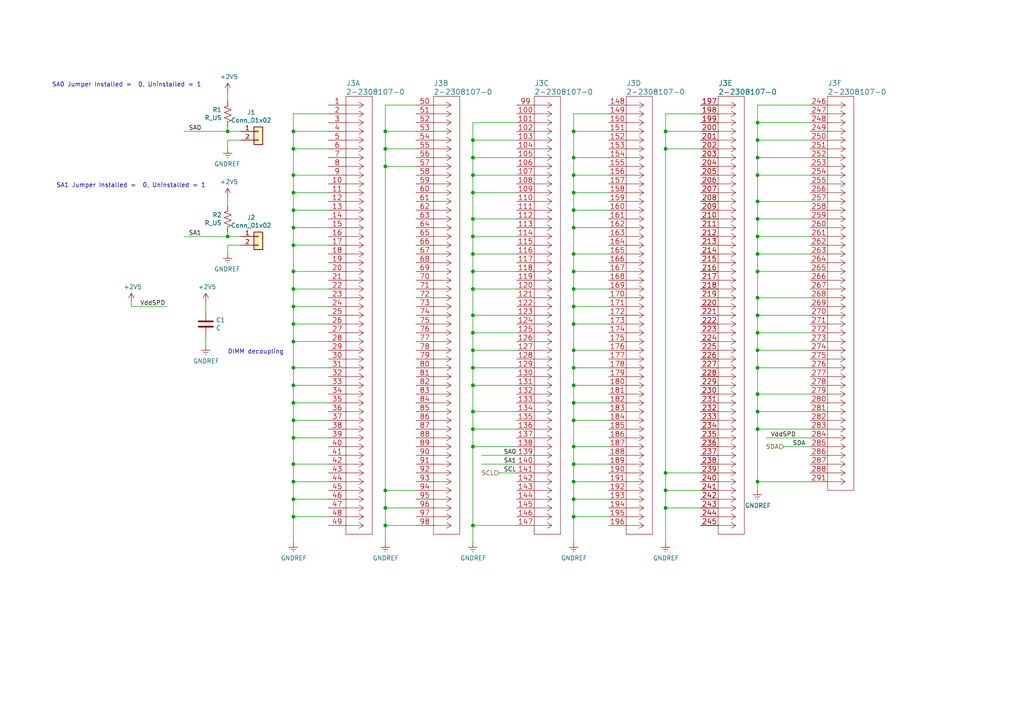
<source format=kicad_sch>
(kicad_sch (version 20230121) (generator eeschema)
  (paper "A4")
  (lib_symbols
    (symbol "2021-07-20_03-12-09:2-2308107-0" (pin_names (offset 0.254) hide)
      (property "Reference" "J" (at 8.89 6.35 0))
      (property "Value" "2-2308107-0" (at 10.16 -60.96 0))
      (symbol "2-2308107-0_1_1"
        (pin unspecified line (at 0 0 0) (length 5.08) (name "1") (number "1"))
        (pin unspecified line (at 0 -22.86 0) (length 5.08) (name "10") (number "10"))
        (pin unspecified line (at 0 -25.4 0) (length 5.08) (name "11") (number "11"))
        (pin unspecified line (at 0 -27.94 0) (length 5.08) (name "12") (number "12"))
        (pin unspecified line (at 0 -30.48 0) (length 5.08) (name "13") (number "13"))
        (pin unspecified line (at 0 -33.02 0) (length 5.08) (name "14") (number "14"))
        (pin unspecified line (at 0 -35.56 0) (length 5.08) (name "15") (number "15"))
        (pin unspecified line (at 0 -38.1 0) (length 5.08) (name "16") (number "16"))
        (pin unspecified line (at 0 -40.64 0) (length 5.08) (name "17") (number "17"))
        (pin unspecified line (at 0 -43.18 0) (length 5.08) (name "18") (number "18"))
        (pin unspecified line (at 0 -45.72 0) (length 5.08) (name "19") (number "19"))
        (pin unspecified line (at 0 -2.54 0) (length 5.08) (name "2") (number "2"))
        (pin unspecified line (at 0 -48.26 0) (length 5.08) (name "20") (number "20"))
        (pin unspecified line (at 0 -50.8 0) (length 5.08) (name "21") (number "21"))
        (pin unspecified line (at 0 -53.34 0) (length 5.08) (name "22") (number "22"))
        (pin unspecified line (at 0 -55.88 0) (length 5.08) (name "23") (number "23"))
        (pin unspecified line (at 0 -58.42 0) (length 5.08) (name "24") (number "24"))
        (pin unspecified line (at 0 -60.96 0) (length 5.08) (name "25") (number "25"))
        (pin unspecified line (at 0 -63.5 0) (length 5.08) (name "26") (number "26"))
        (pin unspecified line (at 0 -66.04 0) (length 5.08) (name "27") (number "27"))
        (pin unspecified line (at 0 -68.58 0) (length 5.08) (name "28") (number "28"))
        (pin unspecified line (at 0 -71.12 0) (length 5.08) (name "29") (number "29"))
        (pin unspecified line (at 0 -5.08 0) (length 5.08) (name "3") (number "3"))
        (pin unspecified line (at 0 -73.66 0) (length 5.08) (name "30") (number "30"))
        (pin unspecified line (at 0 -76.2 0) (length 5.08) (name "31") (number "31"))
        (pin unspecified line (at 0 -78.74 0) (length 5.08) (name "32") (number "32"))
        (pin unspecified line (at 0 -81.28 0) (length 5.08) (name "33") (number "33"))
        (pin unspecified line (at 0 -83.82 0) (length 5.08) (name "34") (number "34"))
        (pin unspecified line (at 0 -86.36 0) (length 5.08) (name "35") (number "35"))
        (pin unspecified line (at 0 -88.9 0) (length 5.08) (name "36") (number "36"))
        (pin unspecified line (at 0 -91.44 0) (length 5.08) (name "37") (number "37"))
        (pin unspecified line (at 0 -93.98 0) (length 5.08) (name "38") (number "38"))
        (pin unspecified line (at 0 -96.52 0) (length 5.08) (name "39") (number "39"))
        (pin unspecified line (at 0 -7.62 0) (length 5.08) (name "4") (number "4"))
        (pin unspecified line (at 0 -99.06 0) (length 5.08) (name "40") (number "40"))
        (pin unspecified line (at 0 -101.6 0) (length 5.08) (name "41") (number "41"))
        (pin unspecified line (at 0 -104.14 0) (length 5.08) (name "42") (number "42"))
        (pin unspecified line (at 0 -106.68 0) (length 5.08) (name "43") (number "43"))
        (pin unspecified line (at 0 -109.22 0) (length 5.08) (name "44") (number "44"))
        (pin unspecified line (at 0 -111.76 0) (length 5.08) (name "45") (number "45"))
        (pin unspecified line (at 0 -114.3 0) (length 5.08) (name "46") (number "46"))
        (pin unspecified line (at 0 -116.84 0) (length 5.08) (name "47") (number "47"))
        (pin unspecified line (at 0 -119.38 0) (length 5.08) (name "48") (number "48"))
        (pin unspecified line (at 0 -121.92 0) (length 5.08) (name "49") (number "49"))
        (pin unspecified line (at 0 -10.16 0) (length 5.08) (name "5") (number "5"))
        (pin unspecified line (at 0 -12.7 0) (length 5.08) (name "6") (number "6"))
        (pin unspecified line (at 0 -15.24 0) (length 5.08) (name "7") (number "7"))
        (pin unspecified line (at 0 -17.78 0) (length 5.08) (name "8") (number "8"))
        (pin unspecified line (at 0 -20.32 0) (length 5.08) (name "9") (number "9"))
      )
      (symbol "2-2308107-0_2_1"
        (pin unspecified line (at 0 0 0) (length 5.08) (name "50") (number "50"))
        (pin unspecified line (at 0 -2.54 0) (length 5.08) (name "51") (number "51"))
        (pin unspecified line (at 0 -5.08 0) (length 5.08) (name "52") (number "52"))
        (pin unspecified line (at 0 -7.62 0) (length 5.08) (name "53") (number "53"))
        (pin unspecified line (at 0 -10.16 0) (length 5.08) (name "54") (number "54"))
        (pin unspecified line (at 0 -12.7 0) (length 5.08) (name "55") (number "55"))
        (pin unspecified line (at 0 -15.24 0) (length 5.08) (name "56") (number "56"))
        (pin unspecified line (at 0 -17.78 0) (length 5.08) (name "57") (number "57"))
        (pin unspecified line (at 0 -20.32 0) (length 5.08) (name "58") (number "58"))
        (pin unspecified line (at 0 -22.86 0) (length 5.08) (name "59") (number "59"))
        (pin unspecified line (at 0 -25.4 0) (length 5.08) (name "60") (number "60"))
        (pin unspecified line (at 0 -27.94 0) (length 5.08) (name "61") (number "61"))
        (pin unspecified line (at 0 -30.48 0) (length 5.08) (name "62") (number "62"))
        (pin unspecified line (at 0 -33.02 0) (length 5.08) (name "63") (number "63"))
        (pin unspecified line (at 0 -35.56 0) (length 5.08) (name "64") (number "64"))
        (pin unspecified line (at 0 -38.1 0) (length 5.08) (name "65") (number "65"))
        (pin unspecified line (at 0 -40.64 0) (length 5.08) (name "66") (number "66"))
        (pin unspecified line (at 0 -43.18 0) (length 5.08) (name "67") (number "67"))
        (pin unspecified line (at 0 -45.72 0) (length 5.08) (name "68") (number "68"))
        (pin unspecified line (at 0 -48.26 0) (length 5.08) (name "69") (number "69"))
        (pin unspecified line (at 0 -50.8 0) (length 5.08) (name "70") (number "70"))
        (pin unspecified line (at 0 -53.34 0) (length 5.08) (name "71") (number "71"))
        (pin unspecified line (at 0 -55.88 0) (length 5.08) (name "72") (number "72"))
        (pin unspecified line (at 0 -58.42 0) (length 5.08) (name "73") (number "73"))
        (pin unspecified line (at 0 -60.96 0) (length 5.08) (name "74") (number "74"))
        (pin unspecified line (at 0 -63.5 0) (length 5.08) (name "75") (number "75"))
        (pin unspecified line (at 0 -66.04 0) (length 5.08) (name "76") (number "76"))
        (pin unspecified line (at 0 -68.58 0) (length 5.08) (name "77") (number "77"))
        (pin unspecified line (at 0 -71.12 0) (length 5.08) (name "78") (number "78"))
        (pin unspecified line (at 0 -73.66 0) (length 5.08) (name "79") (number "79"))
        (pin unspecified line (at 0 -76.2 0) (length 5.08) (name "80") (number "80"))
        (pin unspecified line (at 0 -78.74 0) (length 5.08) (name "81") (number "81"))
        (pin unspecified line (at 0 -81.28 0) (length 5.08) (name "82") (number "82"))
        (pin unspecified line (at 0 -83.82 0) (length 5.08) (name "83") (number "83"))
        (pin unspecified line (at 0 -86.36 0) (length 5.08) (name "84") (number "84"))
        (pin unspecified line (at 0 -88.9 0) (length 5.08) (name "85") (number "85"))
        (pin unspecified line (at 0 -91.44 0) (length 5.08) (name "86") (number "86"))
        (pin unspecified line (at 0 -93.98 0) (length 5.08) (name "87") (number "87"))
        (pin unspecified line (at 0 -96.52 0) (length 5.08) (name "88") (number "88"))
        (pin unspecified line (at 0 -99.06 0) (length 5.08) (name "89") (number "89"))
        (pin unspecified line (at 0 -101.6 0) (length 5.08) (name "90") (number "90"))
        (pin unspecified line (at 0 -104.14 0) (length 5.08) (name "91") (number "91"))
        (pin unspecified line (at 0 -106.68 0) (length 5.08) (name "92") (number "92"))
        (pin unspecified line (at 0 -109.22 0) (length 5.08) (name "93") (number "93"))
        (pin unspecified line (at 0 -111.76 0) (length 5.08) (name "94") (number "94"))
        (pin unspecified line (at 0 -114.3 0) (length 5.08) (name "95") (number "95"))
        (pin unspecified line (at 0 -116.84 0) (length 5.08) (name "96") (number "96"))
        (pin unspecified line (at 0 -119.38 0) (length 5.08) (name "97") (number "97"))
        (pin unspecified line (at 0 -121.92 0) (length 5.08) (name "98") (number "98"))
      )
      (symbol "2-2308107-0_3_1"
        (pin unspecified line (at 0 -2.54 0) (length 5.08) (name "100") (number "100"))
        (pin unspecified line (at 0 -5.08 0) (length 5.08) (name "101") (number "101"))
        (pin unspecified line (at 0 -7.62 0) (length 5.08) (name "102") (number "102"))
        (pin unspecified line (at 0 -10.16 0) (length 5.08) (name "103") (number "103"))
        (pin unspecified line (at 0 -12.7 0) (length 5.08) (name "104") (number "104"))
        (pin unspecified line (at 0 -15.24 0) (length 5.08) (name "105") (number "105"))
        (pin unspecified line (at 0 -17.78 0) (length 5.08) (name "106") (number "106"))
        (pin unspecified line (at 0 -20.32 0) (length 5.08) (name "107") (number "107"))
        (pin unspecified line (at 0 -22.86 0) (length 5.08) (name "108") (number "108"))
        (pin unspecified line (at 0 -25.4 0) (length 5.08) (name "109") (number "109"))
        (pin unspecified line (at 0 -27.94 0) (length 5.08) (name "110") (number "110"))
        (pin unspecified line (at 0 -30.48 0) (length 5.08) (name "111") (number "111"))
        (pin unspecified line (at 0 -33.02 0) (length 5.08) (name "112") (number "112"))
        (pin unspecified line (at 0 -35.56 0) (length 5.08) (name "113") (number "113"))
        (pin unspecified line (at 0 -38.1 0) (length 5.08) (name "114") (number "114"))
        (pin unspecified line (at 0 -40.64 0) (length 5.08) (name "115") (number "115"))
        (pin unspecified line (at 0 -43.18 0) (length 5.08) (name "116") (number "116"))
        (pin unspecified line (at 0 -45.72 0) (length 5.08) (name "117") (number "117"))
        (pin unspecified line (at 0 -48.26 0) (length 5.08) (name "118") (number "118"))
        (pin unspecified line (at 0 -50.8 0) (length 5.08) (name "119") (number "119"))
        (pin unspecified line (at 0 -53.34 0) (length 5.08) (name "120") (number "120"))
        (pin unspecified line (at 0 -55.88 0) (length 5.08) (name "121") (number "121"))
        (pin unspecified line (at 0 -58.42 0) (length 5.08) (name "122") (number "122"))
        (pin unspecified line (at 0 -60.96 0) (length 5.08) (name "123") (number "123"))
        (pin unspecified line (at 0 -63.5 0) (length 5.08) (name "124") (number "124"))
        (pin unspecified line (at 0 -66.04 0) (length 5.08) (name "125") (number "125"))
        (pin unspecified line (at 0 -68.58 0) (length 5.08) (name "126") (number "126"))
        (pin unspecified line (at 0 -71.12 0) (length 5.08) (name "127") (number "127"))
        (pin unspecified line (at 0 -73.66 0) (length 5.08) (name "128") (number "128"))
        (pin unspecified line (at 0 -76.2 0) (length 5.08) (name "129") (number "129"))
        (pin unspecified line (at 0 -78.74 0) (length 5.08) (name "130") (number "130"))
        (pin unspecified line (at 0 -81.28 0) (length 5.08) (name "131") (number "131"))
        (pin unspecified line (at 0 -83.82 0) (length 5.08) (name "132") (number "132"))
        (pin unspecified line (at 0 -86.36 0) (length 5.08) (name "133") (number "133"))
        (pin unspecified line (at 0 -88.9 0) (length 5.08) (name "134") (number "134"))
        (pin unspecified line (at 0 -91.44 0) (length 5.08) (name "135") (number "135"))
        (pin unspecified line (at 0 -93.98 0) (length 5.08) (name "136") (number "136"))
        (pin unspecified line (at 0 -96.52 0) (length 5.08) (name "137") (number "137"))
        (pin unspecified line (at 0 -99.06 0) (length 5.08) (name "138") (number "138"))
        (pin unspecified line (at 0 -101.6 0) (length 5.08) (name "139") (number "139"))
        (pin unspecified line (at 0 -104.14 0) (length 5.08) (name "140") (number "140"))
        (pin unspecified line (at 0 -106.68 0) (length 5.08) (name "141") (number "141"))
        (pin unspecified line (at 0 -109.22 0) (length 5.08) (name "142") (number "142"))
        (pin unspecified line (at 0 -111.76 0) (length 5.08) (name "143") (number "143"))
        (pin unspecified line (at 0 -114.3 0) (length 5.08) (name "144") (number "144"))
        (pin unspecified line (at 0 -116.84 0) (length 5.08) (name "145") (number "145"))
        (pin unspecified line (at 0 -119.38 0) (length 5.08) (name "146") (number "146"))
        (pin unspecified line (at 0 -121.92 0) (length 5.08) (name "147") (number "147"))
        (pin unspecified line (at 0 0 0) (length 5.08) (name "99") (number "99"))
      )
      (symbol "2-2308107-0_4_1"
        (pin unspecified line (at 0 0 0) (length 5.08) (name "148") (number "148"))
        (pin unspecified line (at 0 -2.54 0) (length 5.08) (name "149") (number "149"))
        (pin unspecified line (at 0 -5.08 0) (length 5.08) (name "150") (number "150"))
        (pin unspecified line (at 0 -7.62 0) (length 5.08) (name "151") (number "151"))
        (pin unspecified line (at 0 -10.16 0) (length 5.08) (name "152") (number "152"))
        (pin unspecified line (at 0 -12.7 0) (length 5.08) (name "153") (number "153"))
        (pin unspecified line (at 0 -15.24 0) (length 5.08) (name "154") (number "154"))
        (pin unspecified line (at 0 -17.78 0) (length 5.08) (name "155") (number "155"))
        (pin unspecified line (at 0 -20.32 0) (length 5.08) (name "156") (number "156"))
        (pin unspecified line (at 0 -22.86 0) (length 5.08) (name "157") (number "157"))
        (pin unspecified line (at 0 -25.4 0) (length 5.08) (name "158") (number "158"))
        (pin unspecified line (at 0 -27.94 0) (length 5.08) (name "159") (number "159"))
        (pin unspecified line (at 0 -30.48 0) (length 5.08) (name "160") (number "160"))
        (pin unspecified line (at 0 -33.02 0) (length 5.08) (name "161") (number "161"))
        (pin unspecified line (at 0 -35.56 0) (length 5.08) (name "162") (number "162"))
        (pin unspecified line (at 0 -38.1 0) (length 5.08) (name "163") (number "163"))
        (pin unspecified line (at 0 -40.64 0) (length 5.08) (name "164") (number "164"))
        (pin unspecified line (at 0 -43.18 0) (length 5.08) (name "165") (number "165"))
        (pin unspecified line (at 0 -45.72 0) (length 5.08) (name "166") (number "166"))
        (pin unspecified line (at 0 -48.26 0) (length 5.08) (name "167") (number "167"))
        (pin unspecified line (at 0 -50.8 0) (length 5.08) (name "168") (number "168"))
        (pin unspecified line (at 0 -53.34 0) (length 5.08) (name "169") (number "169"))
        (pin unspecified line (at 0 -55.88 0) (length 5.08) (name "170") (number "170"))
        (pin unspecified line (at 0 -58.42 0) (length 5.08) (name "171") (number "171"))
        (pin unspecified line (at 0 -60.96 0) (length 5.08) (name "172") (number "172"))
        (pin unspecified line (at 0 -63.5 0) (length 5.08) (name "173") (number "173"))
        (pin unspecified line (at 0 -66.04 0) (length 5.08) (name "174") (number "174"))
        (pin unspecified line (at 0 -68.58 0) (length 5.08) (name "175") (number "175"))
        (pin unspecified line (at 0 -71.12 0) (length 5.08) (name "176") (number "176"))
        (pin unspecified line (at 0 -73.66 0) (length 5.08) (name "177") (number "177"))
        (pin unspecified line (at 0 -76.2 0) (length 5.08) (name "178") (number "178"))
        (pin unspecified line (at 0 -78.74 0) (length 5.08) (name "179") (number "179"))
        (pin unspecified line (at 0 -81.28 0) (length 5.08) (name "180") (number "180"))
        (pin unspecified line (at 0 -83.82 0) (length 5.08) (name "181") (number "181"))
        (pin unspecified line (at 0 -86.36 0) (length 5.08) (name "182") (number "182"))
        (pin unspecified line (at 0 -88.9 0) (length 5.08) (name "183") (number "183"))
        (pin unspecified line (at 0 -91.44 0) (length 5.08) (name "184") (number "184"))
        (pin unspecified line (at 0 -93.98 0) (length 5.08) (name "185") (number "185"))
        (pin unspecified line (at 0 -96.52 0) (length 5.08) (name "186") (number "186"))
        (pin unspecified line (at 0 -99.06 0) (length 5.08) (name "187") (number "187"))
        (pin unspecified line (at 0 -101.6 0) (length 5.08) (name "188") (number "188"))
        (pin unspecified line (at 0 -104.14 0) (length 5.08) (name "189") (number "189"))
        (pin unspecified line (at 0 -106.68 0) (length 5.08) (name "190") (number "190"))
        (pin unspecified line (at 0 -109.22 0) (length 5.08) (name "191") (number "191"))
        (pin unspecified line (at 0 -111.76 0) (length 5.08) (name "192") (number "192"))
        (pin unspecified line (at 0 -114.3 0) (length 5.08) (name "193") (number "193"))
        (pin unspecified line (at 0 -116.84 0) (length 5.08) (name "194") (number "194"))
        (pin unspecified line (at 0 -119.38 0) (length 5.08) (name "195") (number "195"))
        (pin unspecified line (at 0 -121.92 0) (length 5.08) (name "196") (number "196"))
      )
      (symbol "2-2308107-0_5_1"
        (pin unspecified line (at 0 0 0) (length 5.08) (name "197") (number "197"))
        (pin unspecified line (at 0 -2.54 0) (length 5.08) (name "198") (number "198"))
        (pin unspecified line (at 0 -5.08 0) (length 5.08) (name "199") (number "199"))
        (pin unspecified line (at 0 -7.62 0) (length 5.08) (name "200") (number "200"))
        (pin unspecified line (at 0 -10.16 0) (length 5.08) (name "201") (number "201"))
        (pin unspecified line (at 0 -12.7 0) (length 5.08) (name "202") (number "202"))
        (pin unspecified line (at 0 -15.24 0) (length 5.08) (name "203") (number "203"))
        (pin unspecified line (at 0 -17.78 0) (length 5.08) (name "204") (number "204"))
        (pin unspecified line (at 0 -20.32 0) (length 5.08) (name "205") (number "205"))
        (pin unspecified line (at 0 -22.86 0) (length 5.08) (name "206") (number "206"))
        (pin unspecified line (at 0 -25.4 0) (length 5.08) (name "207") (number "207"))
        (pin unspecified line (at 0 -27.94 0) (length 5.08) (name "208") (number "208"))
        (pin unspecified line (at 0 -30.48 0) (length 5.08) (name "209") (number "209"))
        (pin unspecified line (at 0 -33.02 0) (length 5.08) (name "210") (number "210"))
        (pin unspecified line (at 0 -35.56 0) (length 5.08) (name "211") (number "211"))
        (pin unspecified line (at 0 -38.1 0) (length 5.08) (name "212") (number "212"))
        (pin unspecified line (at 0 -40.64 0) (length 5.08) (name "213") (number "213"))
        (pin unspecified line (at 0 -43.18 0) (length 5.08) (name "214") (number "214"))
        (pin unspecified line (at 0 -45.72 0) (length 5.08) (name "215") (number "215"))
        (pin unspecified line (at 0 -48.26 0) (length 5.08) (name "216") (number "216"))
        (pin unspecified line (at 0 -50.8 0) (length 5.08) (name "217") (number "217"))
        (pin unspecified line (at 0 -53.34 0) (length 5.08) (name "218") (number "218"))
        (pin unspecified line (at 0 -55.88 0) (length 5.08) (name "219") (number "219"))
        (pin unspecified line (at 0 -58.42 0) (length 5.08) (name "220") (number "220"))
        (pin unspecified line (at 0 -60.96 0) (length 5.08) (name "221") (number "221"))
        (pin unspecified line (at 0 -63.5 0) (length 5.08) (name "222") (number "222"))
        (pin unspecified line (at 0 -66.04 0) (length 5.08) (name "223") (number "223"))
        (pin unspecified line (at 0 -68.58 0) (length 5.08) (name "224") (number "224"))
        (pin unspecified line (at 0 -71.12 0) (length 5.08) (name "225") (number "225"))
        (pin unspecified line (at 0 -73.66 0) (length 5.08) (name "226") (number "226"))
        (pin unspecified line (at 0 -76.2 0) (length 5.08) (name "227") (number "227"))
        (pin unspecified line (at 0 -78.74 0) (length 5.08) (name "228") (number "228"))
        (pin unspecified line (at 0 -81.28 0) (length 5.08) (name "229") (number "229"))
        (pin unspecified line (at 0 -83.82 0) (length 5.08) (name "230") (number "230"))
        (pin unspecified line (at 0 -86.36 0) (length 5.08) (name "231") (number "231"))
        (pin unspecified line (at 0 -88.9 0) (length 5.08) (name "232") (number "232"))
        (pin unspecified line (at 0 -91.44 0) (length 5.08) (name "233") (number "233"))
        (pin unspecified line (at 0 -93.98 0) (length 5.08) (name "234") (number "234"))
        (pin unspecified line (at 0 -96.52 0) (length 5.08) (name "235") (number "235"))
        (pin unspecified line (at 0 -99.06 0) (length 5.08) (name "236") (number "236"))
        (pin unspecified line (at 0 -101.6 0) (length 5.08) (name "237") (number "237"))
        (pin unspecified line (at 0 -104.14 0) (length 5.08) (name "238") (number "238"))
        (pin unspecified line (at 0 -106.68 0) (length 5.08) (name "239") (number "239"))
        (pin unspecified line (at 0 -109.22 0) (length 5.08) (name "240") (number "240"))
        (pin unspecified line (at 0 -111.76 0) (length 5.08) (name "241") (number "241"))
        (pin unspecified line (at 0 -114.3 0) (length 5.08) (name "242") (number "242"))
        (pin unspecified line (at 0 -116.84 0) (length 5.08) (name "243") (number "243"))
        (pin unspecified line (at 0 -119.38 0) (length 5.08) (name "244") (number "244"))
        (pin unspecified line (at 0 -121.92 0) (length 5.08) (name "245") (number "245"))
      )
      (symbol "2-2308107-0_6_1"
        (pin unspecified line (at 0 0 0) (length 5.08) (name "246") (number "246"))
        (pin unspecified line (at 0 -2.54 0) (length 5.08) (name "247") (number "247"))
        (pin unspecified line (at 0 -5.08 0) (length 5.08) (name "248") (number "248"))
        (pin unspecified line (at 0 -7.62 0) (length 5.08) (name "249") (number "249"))
        (pin unspecified line (at 0 -10.16 0) (length 5.08) (name "250") (number "250"))
        (pin unspecified line (at 0 -12.7 0) (length 5.08) (name "251") (number "251"))
        (pin unspecified line (at 0 -15.24 0) (length 5.08) (name "252") (number "252"))
        (pin unspecified line (at 0 -17.78 0) (length 5.08) (name "253") (number "253"))
        (pin unspecified line (at 0 -20.32 0) (length 5.08) (name "254") (number "254"))
        (pin unspecified line (at 0 -22.86 0) (length 5.08) (name "255") (number "255"))
        (pin unspecified line (at 0 -25.4 0) (length 5.08) (name "256") (number "256"))
        (pin unspecified line (at 0 -27.94 0) (length 5.08) (name "257") (number "257"))
        (pin unspecified line (at 0 -30.48 0) (length 5.08) (name "258") (number "258"))
        (pin unspecified line (at 0 -33.02 0) (length 5.08) (name "259") (number "259"))
        (pin unspecified line (at 0 -35.56 0) (length 5.08) (name "260") (number "260"))
        (pin unspecified line (at 0 -38.1 0) (length 5.08) (name "261") (number "261"))
        (pin unspecified line (at 0 -40.64 0) (length 5.08) (name "262") (number "262"))
        (pin unspecified line (at 0 -43.18 0) (length 5.08) (name "263") (number "263"))
        (pin unspecified line (at 0 -45.72 0) (length 5.08) (name "264") (number "264"))
        (pin unspecified line (at 0 -48.26 0) (length 5.08) (name "265") (number "265"))
        (pin unspecified line (at 0 -50.8 0) (length 5.08) (name "266") (number "266"))
        (pin unspecified line (at 0 -53.34 0) (length 5.08) (name "267") (number "267"))
        (pin unspecified line (at 0 -55.88 0) (length 5.08) (name "268") (number "268"))
        (pin unspecified line (at 0 -58.42 0) (length 5.08) (name "269") (number "269"))
        (pin unspecified line (at 0 -60.96 0) (length 5.08) (name "270") (number "270"))
        (pin unspecified line (at 0 -63.5 0) (length 5.08) (name "271") (number "271"))
        (pin unspecified line (at 0 -66.04 0) (length 5.08) (name "272") (number "272"))
        (pin unspecified line (at 0 -68.58 0) (length 5.08) (name "273") (number "273"))
        (pin unspecified line (at 0 -71.12 0) (length 5.08) (name "274") (number "274"))
        (pin unspecified line (at 0 -73.66 0) (length 5.08) (name "275") (number "275"))
        (pin unspecified line (at 0 -76.2 0) (length 5.08) (name "276") (number "276"))
        (pin unspecified line (at 0 -78.74 0) (length 5.08) (name "277") (number "277"))
        (pin unspecified line (at 0 -81.28 0) (length 5.08) (name "278") (number "278"))
        (pin unspecified line (at 0 -83.82 0) (length 5.08) (name "279") (number "279"))
        (pin unspecified line (at 0 -86.36 0) (length 5.08) (name "280") (number "280"))
        (pin unspecified line (at 0 -88.9 0) (length 5.08) (name "281") (number "281"))
        (pin unspecified line (at 0 -91.44 0) (length 5.08) (name "282") (number "282"))
        (pin unspecified line (at 0 -93.98 0) (length 5.08) (name "283") (number "283"))
        (pin unspecified line (at 0 -96.52 0) (length 5.08) (name "284") (number "284"))
        (pin unspecified line (at 0 -99.06 0) (length 5.08) (name "285") (number "285"))
        (pin unspecified line (at 0 -101.6 0) (length 5.08) (name "286") (number "286"))
        (pin unspecified line (at 0 -104.14 0) (length 5.08) (name "287") (number "287"))
        (pin unspecified line (at 0 -106.68 0) (length 5.08) (name "288") (number "288"))
        (pin unspecified line (at 0 -109.22 0) (length 5.08) (name "291") (number "291"))
      )
    )
    (symbol "Connector_Generic:Conn_01x02" (pin_names (offset 1.016) hide)
      (property "Reference" "J" (at 0 2.54 0))
      (property "Value" "Conn_01x02" (at 0 -5.08 0))
      (symbol "Conn_01x02_1_1"
        (pin passive line (at -5.08 0 0) (length 3.81) (name "Pin_1") (number "1"))
        (pin passive line (at -5.08 -2.54 0) (length 3.81) (name "Pin_2") (number "2"))
      )
    )
    (symbol "Device:C" (pin_numbers hide) (pin_names (offset 0.254))
      (property "Reference" "C" (at 0.635 2.54 0))
      (property "Value" "C" (at 0.635 -2.54 0))
      (symbol "C_1_1"
        (pin passive line (at 0 3.81 270) (length 2.794) (name "~") (number "1"))
        (pin passive line (at 0 -3.81 90) (length 2.794) (name "~") (number "2"))
      )
    )
    (symbol "Device:R_US" (pin_numbers hide) (pin_names (offset 0))
      (property "Reference" "R" (at 2.54 0 90))
      (property "Value" "R_US" (at -2.54 0 90))
      (symbol "R_US_1_1"
        (pin passive line (at 0 3.81 270) (length 1.27) (name "~") (number "1"))
        (pin passive line (at 0 -3.81 90) (length 1.27) (name "~") (number "2"))
      )
    )
    (symbol "power:+2V5" (power) (pin_names (offset 0))
      (property "Value" "+2V5" (at 0 3.556 0))
      (symbol "+2V5_1_1"
        (pin power_in line (at 0 0 90) (length 0) hide (name "+2V5") (number "1"))
      )
    )
    (symbol "power:GNDREF" (power) (pin_names (offset 0))
      (property "Value" "GNDREF" (at 0 -3.81 0))
      (symbol "GNDREF_1_1"
        (pin power_in line (at 0 0 270) (length 0) hide (name "GNDREF") (number "1"))
      )
    )
  )
  (junction (at 111.76 48.26))
  (junction (at 166.37 144.78))
  (junction (at 166.37 106.68))
  (junction (at 85.09 93.98))
  (junction (at 85.09 88.9))
  (junction (at 85.09 116.84))
  (junction (at 193.04 142.24))
  (junction (at 111.76 147.32))
  (junction (at 137.16 96.52))
  (junction (at 85.09 111.76))
  (junction (at 137.16 129.54))
  (junction (at 137.16 119.38))
  (junction (at 166.37 55.88))
  (junction (at 219.71 114.3))
  (junction (at 219.71 101.6))
  (junction (at 193.04 137.16))
  (junction (at 166.37 78.74))
  (junction (at 166.37 101.6))
  (junction (at 219.71 124.46))
  (junction (at 85.09 50.8))
  (junction (at 219.71 119.38))
  (junction (at 166.37 38.1))
  (junction (at 166.37 88.9))
  (junction (at 85.09 149.86))
  (junction (at 166.37 73.66))
  (junction (at 137.16 101.6))
  (junction (at 85.09 38.1))
  (junction (at 219.71 73.66))
  (junction (at 85.09 71.12))
  (junction (at 85.09 66.04))
  (junction (at 111.76 152.4))
  (junction (at 85.09 60.96))
  (junction (at 166.37 111.76))
  (junction (at 137.16 152.4))
  (junction (at 219.71 78.74))
  (junction (at 85.09 127))
  (junction (at 111.76 38.1))
  (junction (at 85.09 83.82))
  (junction (at 166.37 50.8))
  (junction (at 166.37 60.96))
  (junction (at 137.16 78.74))
  (junction (at 137.16 91.44))
  (junction (at 85.09 99.06))
  (junction (at 193.04 147.32))
  (junction (at 219.71 86.36))
  (junction (at 85.09 78.74))
  (junction (at 166.37 121.92))
  (junction (at 66.04 68.58))
  (junction (at 111.76 43.18))
  (junction (at 85.09 134.62))
  (junction (at 137.16 124.46))
  (junction (at 137.16 40.64))
  (junction (at 166.37 93.98))
  (junction (at 85.09 139.7))
  (junction (at 219.71 58.42))
  (junction (at 137.16 50.8))
  (junction (at 137.16 73.66))
  (junction (at 166.37 129.54))
  (junction (at 219.71 35.56))
  (junction (at 219.71 45.72))
  (junction (at 137.16 55.88))
  (junction (at 111.76 142.24))
  (junction (at 219.71 96.52))
  (junction (at 137.16 83.82))
  (junction (at 137.16 45.72))
  (junction (at 193.04 38.1))
  (junction (at 166.37 116.84))
  (junction (at 166.37 149.86))
  (junction (at 166.37 83.82))
  (junction (at 219.71 40.64))
  (junction (at 85.09 121.92))
  (junction (at 66.04 38.1))
  (junction (at 85.09 106.68))
  (junction (at 219.71 68.58))
  (junction (at 219.71 91.44))
  (junction (at 166.37 139.7))
  (junction (at 219.71 139.7))
  (junction (at 85.09 43.18))
  (junction (at 137.16 106.68))
  (junction (at 219.71 63.5))
  (junction (at 137.16 111.76))
  (junction (at 219.71 106.68))
  (junction (at 193.04 43.18))
  (junction (at 137.16 63.5))
  (junction (at 166.37 45.72))
  (junction (at 166.37 134.62))
  (junction (at 137.16 68.58))
  (junction (at 85.09 144.78))
  (junction (at 85.09 55.88))
  (junction (at 166.37 66.04))
  (junction (at 219.71 50.8))
  (wire (pts (xy 139.7 134.62) (xy 149.86 134.62)))
  (wire (pts (xy 111.76 147.32) (xy 120.65 147.32)))
  (wire (pts (xy 219.71 119.38) (xy 219.71 124.46)))
  (wire (pts (xy 219.71 30.48) (xy 234.95 30.48)))
  (wire (pts (xy 85.09 116.84) (xy 85.09 121.92)))
  (wire (pts (xy 219.71 63.5) (xy 219.71 58.42)))
  (wire (pts (xy 234.95 58.42) (xy 219.71 58.42)))
  (wire (pts (xy 144.78 137.16) (xy 149.86 137.16)))
  (wire (pts (xy 149.86 83.82) (xy 137.16 83.82)))
  (wire (pts (xy 137.16 40.64) (xy 137.16 35.56)))
  (wire (pts (xy 85.09 78.74) (xy 85.09 83.82)))
  (wire (pts (xy 111.76 152.4) (xy 111.76 147.32)))
  (wire (pts (xy 234.95 40.64) (xy 219.71 40.64)))
  (wire (pts (xy 111.76 48.26) (xy 111.76 142.24)))
  (wire (pts (xy 137.16 111.76) (xy 137.16 119.38)))
  (wire (pts (xy 149.86 152.4) (xy 137.16 152.4)))
  (wire (pts (xy 111.76 157.48) (xy 111.76 152.4)))
  (wire (pts (xy 48.26 88.9) (xy 38.1 88.9)))
  (wire (pts (xy 95.25 111.76) (xy 85.09 111.76)))
  (wire (pts (xy 111.76 38.1) (xy 120.65 38.1)))
  (wire (pts (xy 234.95 73.66) (xy 219.71 73.66)))
  (wire (pts (xy 95.25 66.04) (xy 85.09 66.04)))
  (wire (pts (xy 137.16 78.74) (xy 137.16 73.66)))
  (wire (pts (xy 219.71 58.42) (xy 219.71 50.8)))
  (wire (pts (xy 176.53 93.98) (xy 166.37 93.98)))
  (wire (pts (xy 149.86 124.46) (xy 137.16 124.46)))
  (wire (pts (xy 166.37 33.02) (xy 176.53 33.02)))
  (wire (pts (xy 149.86 68.58) (xy 137.16 68.58)))
  (wire (pts (xy 234.95 91.44) (xy 219.71 91.44)))
  (wire (pts (xy 111.76 48.26) (xy 111.76 43.18)))
  (wire (pts (xy 111.76 48.26) (xy 120.65 48.26)))
  (wire (pts (xy 85.09 134.62) (xy 85.09 139.7)))
  (wire (pts (xy 95.25 71.12) (xy 85.09 71.12)))
  (wire (pts (xy 59.69 87.63) (xy 59.69 90.17)))
  (wire (pts (xy 137.16 55.88) (xy 137.16 50.8)))
  (wire (pts (xy 234.95 68.58) (xy 219.71 68.58)))
  (wire (pts (xy 219.71 119.38) (xy 219.71 114.3)))
  (wire (pts (xy 166.37 121.92) (xy 166.37 129.54)))
  (wire (pts (xy 234.95 124.46) (xy 219.71 124.46)))
  (wire (pts (xy 166.37 73.66) (xy 166.37 78.74)))
  (wire (pts (xy 203.2 142.24) (xy 193.04 142.24)))
  (wire (pts (xy 149.86 96.52) (xy 137.16 96.52)))
  (wire (pts (xy 149.86 78.74) (xy 137.16 78.74)))
  (wire (pts (xy 95.25 99.06) (xy 85.09 99.06)))
  (wire (pts (xy 111.76 147.32) (xy 111.76 142.24)))
  (wire (pts (xy 137.16 106.68) (xy 137.16 101.6)))
  (wire (pts (xy 234.95 50.8) (xy 219.71 50.8)))
  (wire (pts (xy 219.71 40.64) (xy 219.71 35.56)))
  (wire (pts (xy 137.16 63.5) (xy 137.16 55.88)))
  (wire (pts (xy 219.71 50.8) (xy 219.71 45.72)))
  (wire (pts (xy 66.04 68.58) (xy 53.34 68.58)))
  (wire (pts (xy 137.16 124.46) (xy 137.16 129.54)))
  (wire (pts (xy 166.37 66.04) (xy 166.37 60.96)))
  (wire (pts (xy 137.16 50.8) (xy 137.16 45.72)))
  (wire (pts (xy 176.53 66.04) (xy 166.37 66.04)))
  (wire (pts (xy 234.95 86.36) (xy 219.71 86.36)))
  (wire (pts (xy 139.7 132.08) (xy 149.86 132.08)))
  (wire (pts (xy 234.95 139.7) (xy 219.71 139.7)))
  (wire (pts (xy 149.86 101.6) (xy 137.16 101.6)))
  (wire (pts (xy 176.53 73.66) (xy 166.37 73.66)))
  (wire (pts (xy 176.53 129.54) (xy 166.37 129.54)))
  (wire (pts (xy 166.37 129.54) (xy 166.37 134.62)))
  (wire (pts (xy 95.25 78.74) (xy 85.09 78.74)))
  (wire (pts (xy 85.09 55.88) (xy 85.09 60.96)))
  (wire (pts (xy 176.53 38.1) (xy 166.37 38.1)))
  (wire (pts (xy 66.04 67.31) (xy 66.04 68.58)))
  (wire (pts (xy 137.16 83.82) (xy 137.16 78.74)))
  (wire (pts (xy 219.71 96.52) (xy 219.71 91.44)))
  (wire (pts (xy 95.25 60.96) (xy 85.09 60.96)))
  (wire (pts (xy 85.09 144.78) (xy 85.09 149.86)))
  (wire (pts (xy 95.25 88.9) (xy 85.09 88.9)))
  (wire (pts (xy 234.95 78.74) (xy 219.71 78.74)))
  (wire (pts (xy 66.04 36.83) (xy 66.04 38.1)))
  (wire (pts (xy 85.09 121.92) (xy 85.09 127)))
  (wire (pts (xy 66.04 59.69) (xy 66.04 57.15)))
  (wire (pts (xy 222.25 127) (xy 234.95 127)))
  (wire (pts (xy 69.85 38.1) (xy 66.04 38.1)))
  (wire (pts (xy 95.25 116.84) (xy 85.09 116.84)))
  (wire (pts (xy 85.09 139.7) (xy 85.09 144.78)))
  (wire (pts (xy 166.37 139.7) (xy 166.37 144.78)))
  (wire (pts (xy 66.04 43.18) (xy 66.04 40.64)))
  (wire (pts (xy 66.04 38.1) (xy 53.34 38.1)))
  (wire (pts (xy 85.09 88.9) (xy 85.09 93.98)))
  (wire (pts (xy 166.37 106.68) (xy 166.37 111.76)))
  (wire (pts (xy 95.25 144.78) (xy 85.09 144.78)))
  (wire (pts (xy 193.04 43.18) (xy 193.04 137.16)))
  (wire (pts (xy 176.53 88.9) (xy 166.37 88.9)))
  (wire (pts (xy 176.53 111.76) (xy 166.37 111.76)))
  (wire (pts (xy 149.86 55.88) (xy 137.16 55.88)))
  (wire (pts (xy 203.2 33.02) (xy 193.04 33.02)))
  (wire (pts (xy 219.71 35.56) (xy 219.71 30.48)))
  (wire (pts (xy 203.2 137.16) (xy 193.04 137.16)))
  (wire (pts (xy 166.37 83.82) (xy 166.37 88.9)))
  (wire (pts (xy 234.95 96.52) (xy 219.71 96.52)))
  (wire (pts (xy 95.25 38.1) (xy 85.09 38.1)))
  (wire (pts (xy 137.16 91.44) (xy 137.16 83.82)))
  (wire (pts (xy 137.16 101.6) (xy 137.16 96.52)))
  (wire (pts (xy 85.09 106.68) (xy 85.09 111.76)))
  (wire (pts (xy 85.09 33.02) (xy 85.09 38.1)))
  (wire (pts (xy 111.76 142.24) (xy 120.65 142.24)))
  (wire (pts (xy 234.95 101.6) (xy 219.71 101.6)))
  (wire (pts (xy 137.16 73.66) (xy 137.16 68.58)))
  (wire (pts (xy 166.37 45.72) (xy 176.53 45.72)))
  (wire (pts (xy 85.09 149.86) (xy 85.09 157.48)))
  (wire (pts (xy 95.25 93.98) (xy 85.09 93.98)))
  (wire (pts (xy 219.71 124.46) (xy 219.71 139.7)))
  (wire (pts (xy 149.86 73.66) (xy 137.16 73.66)))
  (wire (pts (xy 95.25 50.8) (xy 85.09 50.8)))
  (wire (pts (xy 176.53 144.78) (xy 166.37 144.78)))
  (wire (pts (xy 203.2 147.32) (xy 193.04 147.32)))
  (wire (pts (xy 95.25 139.7) (xy 85.09 139.7)))
  (wire (pts (xy 95.25 83.82) (xy 85.09 83.82)))
  (wire (pts (xy 166.37 101.6) (xy 166.37 106.68)))
  (wire (pts (xy 111.76 43.18) (xy 111.76 38.1)))
  (wire (pts (xy 166.37 149.86) (xy 166.37 157.48)))
  (wire (pts (xy 193.04 142.24) (xy 193.04 147.32)))
  (wire (pts (xy 59.69 97.79) (xy 59.69 100.33)))
  (wire (pts (xy 234.95 45.72) (xy 219.71 45.72)))
  (wire (pts (xy 149.86 63.5) (xy 137.16 63.5)))
  (wire (pts (xy 137.16 68.58) (xy 137.16 63.5)))
  (wire (pts (xy 85.09 71.12) (xy 85.09 78.74)))
  (wire (pts (xy 219.71 68.58) (xy 219.71 63.5)))
  (wire (pts (xy 219.71 78.74) (xy 219.71 73.66)))
  (wire (pts (xy 95.25 55.88) (xy 85.09 55.88)))
  (wire (pts (xy 137.16 129.54) (xy 137.16 152.4)))
  (wire (pts (xy 166.37 111.76) (xy 166.37 116.84)))
  (wire (pts (xy 166.37 38.1) (xy 166.37 33.02)))
  (wire (pts (xy 176.53 83.82) (xy 166.37 83.82)))
  (wire (pts (xy 176.53 116.84) (xy 166.37 116.84)))
  (wire (pts (xy 95.25 121.92) (xy 85.09 121.92)))
  (wire (pts (xy 219.71 45.72) (xy 219.71 40.64)))
  (wire (pts (xy 149.86 129.54) (xy 137.16 129.54)))
  (wire (pts (xy 176.53 121.92) (xy 166.37 121.92)))
  (wire (pts (xy 85.09 50.8) (xy 85.09 55.88)))
  (wire (pts (xy 219.71 106.68) (xy 219.71 101.6)))
  (wire (pts (xy 95.25 149.86) (xy 85.09 149.86)))
  (wire (pts (xy 234.95 114.3) (xy 219.71 114.3)))
  (wire (pts (xy 149.86 111.76) (xy 137.16 111.76)))
  (wire (pts (xy 176.53 134.62) (xy 166.37 134.62)))
  (wire (pts (xy 234.95 119.38) (xy 219.71 119.38)))
  (wire (pts (xy 85.09 93.98) (xy 85.09 99.06)))
  (wire (pts (xy 137.16 106.68) (xy 137.16 111.76)))
  (wire (pts (xy 227.33 129.54) (xy 234.95 129.54)))
  (wire (pts (xy 149.86 45.72) (xy 137.16 45.72)))
  (wire (pts (xy 69.85 68.58) (xy 66.04 68.58)))
  (wire (pts (xy 166.37 116.84) (xy 166.37 121.92)))
  (wire (pts (xy 111.76 152.4) (xy 120.65 152.4)))
  (wire (pts (xy 95.25 106.68) (xy 85.09 106.68)))
  (wire (pts (xy 166.37 88.9) (xy 166.37 93.98)))
  (wire (pts (xy 193.04 38.1) (xy 193.04 33.02)))
  (wire (pts (xy 203.2 43.18) (xy 193.04 43.18)))
  (wire (pts (xy 166.37 45.72) (xy 166.37 38.1)))
  (wire (pts (xy 95.25 127) (xy 85.09 127)))
  (wire (pts (xy 176.53 60.96) (xy 166.37 60.96)))
  (wire (pts (xy 234.95 106.68) (xy 219.71 106.68)))
  (wire (pts (xy 176.53 78.74) (xy 166.37 78.74)))
  (wire (pts (xy 111.76 43.18) (xy 120.65 43.18)))
  (wire (pts (xy 176.53 50.8) (xy 166.37 50.8)))
  (wire (pts (xy 166.37 93.98) (xy 166.37 101.6)))
  (wire (pts (xy 149.86 40.64) (xy 137.16 40.64)))
  (wire (pts (xy 219.71 101.6) (xy 219.71 96.52)))
  (wire (pts (xy 234.95 35.56) (xy 219.71 35.56)))
  (wire (pts (xy 149.86 50.8) (xy 137.16 50.8)))
  (wire (pts (xy 66.04 29.21) (xy 66.04 26.67)))
  (wire (pts (xy 66.04 71.12) (xy 69.85 71.12)))
  (wire (pts (xy 166.37 144.78) (xy 166.37 149.86)))
  (wire (pts (xy 219.71 91.44) (xy 219.71 86.36)))
  (wire (pts (xy 111.76 30.48) (xy 120.65 30.48)))
  (wire (pts (xy 166.37 134.62) (xy 166.37 139.7)))
  (wire (pts (xy 176.53 149.86) (xy 166.37 149.86)))
  (wire (pts (xy 85.09 83.82) (xy 85.09 88.9)))
  (wire (pts (xy 149.86 119.38) (xy 137.16 119.38)))
  (wire (pts (xy 95.25 134.62) (xy 85.09 134.62)))
  (wire (pts (xy 234.95 63.5) (xy 219.71 63.5)))
  (wire (pts (xy 166.37 55.88) (xy 166.37 50.8)))
  (wire (pts (xy 137.16 45.72) (xy 137.16 40.64)))
  (wire (pts (xy 149.86 91.44) (xy 137.16 91.44)))
  (wire (pts (xy 166.37 66.04) (xy 166.37 73.66)))
  (wire (pts (xy 176.53 139.7) (xy 166.37 139.7)))
  (wire (pts (xy 137.16 119.38) (xy 137.16 124.46)))
  (wire (pts (xy 176.53 106.68) (xy 166.37 106.68)))
  (wire (pts (xy 219.71 86.36) (xy 219.71 78.74)))
  (wire (pts (xy 66.04 73.66) (xy 66.04 71.12)))
  (wire (pts (xy 166.37 78.74) (xy 166.37 83.82)))
  (wire (pts (xy 176.53 55.88) (xy 166.37 55.88)))
  (wire (pts (xy 193.04 43.18) (xy 193.04 38.1)))
  (wire (pts (xy 85.09 60.96) (xy 85.09 66.04)))
  (wire (pts (xy 85.09 38.1) (xy 85.09 43.18)))
  (wire (pts (xy 85.09 99.06) (xy 85.09 106.68)))
  (wire (pts (xy 193.04 137.16) (xy 193.04 142.24)))
  (wire (pts (xy 137.16 152.4) (xy 137.16 157.48)))
  (wire (pts (xy 85.09 127) (xy 85.09 134.62)))
  (wire (pts (xy 38.1 88.9) (xy 38.1 87.63)))
  (wire (pts (xy 66.04 40.64) (xy 69.85 40.64)))
  (wire (pts (xy 219.71 139.7) (xy 219.71 142.24)))
  (wire (pts (xy 85.09 43.18) (xy 85.09 50.8)))
  (wire (pts (xy 203.2 38.1) (xy 193.04 38.1)))
  (wire (pts (xy 193.04 147.32) (xy 193.04 157.48)))
  (wire (pts (xy 137.16 35.56) (xy 149.86 35.56)))
  (wire (pts (xy 219.71 73.66) (xy 219.71 68.58)))
  (wire (pts (xy 166.37 60.96) (xy 166.37 55.88)))
  (wire (pts (xy 85.09 66.04) (xy 85.09 71.12)))
  (wire (pts (xy 149.86 106.68) (xy 137.16 106.68)))
  (wire (pts (xy 137.16 96.52) (xy 137.16 91.44)))
  (wire (pts (xy 219.71 114.3) (xy 219.71 106.68)))
  (wire (pts (xy 166.37 50.8) (xy 166.37 45.72)))
  (wire (pts (xy 111.76 38.1) (xy 111.76 30.48)))
  (wire (pts (xy 176.53 101.6) (xy 166.37 101.6)))
  (wire (pts (xy 95.25 43.18) (xy 85.09 43.18)))
  (wire (pts (xy 95.25 33.02) (xy 85.09 33.02)))
  (wire (pts (xy 85.09 111.76) (xy 85.09 116.84)))
  (text "DIMM decoupling" (at 66.04 102.87 0) (effects (font (size 1.27 1.27)) (justify left bottom)))
  (text "SA0 Jumper Installed =  0, Uninstalled = 1" (at 58.42 25.4 0) (effects (font (size 1.27 1.27)) (justify right bottom)))
  (text "SA1 Jumper Installed =  0, Uninstalled = 1" (at 59.69 54.61 0) (effects (font (size 1.27 1.27)) (justify right bottom)))
  (label "SDA" (at 229.87 129.54 0))
  (label "VddSPD" (at 223.52 127 0))
  (label "SA0" (at 58.42 38.1 180))
  (label "SCL" (at 146.05 137.16 0))
  (label "SA0" (at 146.05 132.08 0))
  (label "VddSPD" (at 40.64 88.9 0))
  (label "SA1" (at 58.42 68.58 180))
  (label "SA1" (at 146.05 134.62 0))
  (hierarchical_label "SDA" (shape input) (at 227.33 129.54 180))
  (hierarchical_label "SCL" (shape input) (at 144.78 137.16 180))
  (symbol (lib_id "power:+2V5") (at 66.04 26.67 0) (unit 1)
    (property "Reference" "#PWR0135" (effects hide))
    (property "Value" "+2V5" (at 66.421 22.2758 0))
    (instances (project "dimmlet" (path "" (reference "#PWR0135") (unit 1)) (path "" (reference "#PWR0131") (unit 1))))
  )
  (symbol (lib_id "power:+2V5") (at 66.04 57.15 0) (unit 1)
    (property "Reference" "#PWR0136" (effects hide))
    (property "Value" "+2V5" (at 66.421 52.7558 0))
    (instances (project "dimmlet" (path "" (reference "#PWR0136") (unit 1)) (path "" (reference "#PWR0132") (unit 1))))
  )
  (symbol (lib_id "power:+2V5") (at 38.1 87.63 0) (unit 1)
    (property "Reference" "#PWR0137" (effects hide))
    (property "Value" "+2V5" (at 38.481 83.2358 0))
    (instances (project "dimmlet" (path "" (reference "#PWR0137") (unit 1)) (path "" (reference "#PWR0133") (unit 1))))
  )
  (symbol (lib_id "power:+2V5") (at 59.69 87.63 0) (unit 1)
    (property "Reference" "#PWR0138" (effects hide))
    (property "Value" "+2V5" (at 60.071 83.2358 0))
    (instances (project "dimmlet" (path "" (reference "#PWR0138") (unit 1)) (path "" (reference "#PWR0134") (unit 1))))
  )
  (symbol (lib_id "power:GNDREF") (at 219.71 142.24 0) (unit 1)
    (property "Reference" "#PWR0101" (effects hide))
    (property "Value" "GNDREF" (at 219.837 146.6342 0))
    (instances (project "dimmlet" (path "" (reference "#PWR0101") (unit 1)) (path "" (reference "#PWR?") (unit 1)) (path "" (reference "#PWR0116") (unit 1))))
  )
  (symbol (lib_id "power:GNDREF") (at 193.04 157.48 0) (unit 1)
    (property "Reference" "#PWR0102" (effects hide))
    (property "Value" "GNDREF" (at 193.167 161.8742 0))
    (instances (project "dimmlet" (path "" (reference "#PWR0102") (unit 1)) (path "" (reference "#PWR?") (unit 1)) (path "" (reference "#PWR0117") (unit 1))))
  )
  (symbol (lib_id "power:GNDREF") (at 166.37 157.48 0) (unit 1)
    (property "Reference" "#PWR0103" (effects hide))
    (property "Value" "GNDREF" (at 166.497 161.8742 0))
    (instances (project "dimmlet" (path "" (reference "#PWR0103") (unit 1)) (path "" (reference "#PWR?") (unit 1)) (path "" (reference "#PWR0118") (unit 1))))
  )
  (symbol (lib_id "power:GNDREF") (at 137.16 157.48 0) (unit 1)
    (property "Reference" "#PWR0104" (effects hide))
    (property "Value" "GNDREF" (at 137.287 161.8742 0))
    (instances (project "dimmlet" (path "" (reference "#PWR0104") (unit 1)) (path "" (reference "#PWR?") (unit 1)) (path "" (reference "#PWR0119") (unit 1))))
  )
  (symbol (lib_id "power:GNDREF") (at 111.76 157.48 0) (unit 1)
    (property "Reference" "#PWR0105" (effects hide))
    (property "Value" "GNDREF" (at 111.887 161.8742 0))
    (instances (project "dimmlet" (path "" (reference "#PWR0105") (unit 1)) (path "" (reference "#PWR?") (unit 1)) (path "" (reference "#PWR0120") (unit 1))))
  )
  (symbol (lib_id "power:GNDREF") (at 85.09 157.48 0) (unit 1)
    (property "Reference" "#PWR0106" (effects hide))
    (property "Value" "GNDREF" (at 85.217 161.8742 0))
    (instances (project "dimmlet" (path "" (reference "#PWR0106") (unit 1)) (path "" (reference "#PWR?") (unit 1)) (path "" (reference "#PWR0121") (unit 1))))
  )
  (symbol (lib_id "2021-07-20_03-12-09:2-2308107-0") (at 234.95 30.48 0) (unit 6)
    (property "Reference" "J3" (at 240.03 24.13 0) (effects (font (size 1.524 1.524)) (justify left)))
    (property "Value" "2-2308107-0" (at 240.03 26.67 0) (effects (font (size 1.524 1.524)) (justify left)))
    (property "Footprint" "footprints:2-2308107-0" (effects hide))
    (instances (project "dimmlet" (path "" (reference "J3") (unit 6)) (path "" (reference "J?") (unit 6)) (path "" (reference "J7") (unit 6))))
  )
  (symbol (lib_id "2021-07-20_03-12-09:2-2308107-0") (at 203.2 30.48 0) (unit 5)
    (property "Reference" "J3" (at 208.28 24.13 0) (effects (font (size 1.524 1.524)) (justify left)))
    (property "Value" "2-2308107-0" (at 208.28 26.67 0) (effects (font (size 1.524 1.524)) (justify left)))
    (property "Footprint" "footprints:2-2308107-0" (effects hide))
    (instances (project "dimmlet" (path "" (reference "J3") (unit 5)) (path "" (reference "J?") (unit 5)) (path "" (reference "J7") (unit 5))))
  )
  (symbol (lib_id "2021-07-20_03-12-09:2-2308107-0") (at 176.53 30.48 0) (unit 4)
    (property "Reference" "J3" (at 181.61 24.13 0) (effects (font (size 1.524 1.524)) (justify left)))
    (property "Value" "2-2308107-0" (at 181.61 26.67 0) (effects (font (size 1.524 1.524)) (justify left)))
    (property "Footprint" "footprints:2-2308107-0" (effects hide))
    (instances (project "dimmlet" (path "" (reference "J3") (unit 4)) (path "" (reference "J?") (unit 4)) (path "" (reference "J7") (unit 4))))
  )
  (symbol (lib_id "2021-07-20_03-12-09:2-2308107-0") (at 149.86 30.48 0) (unit 3)
    (property "Reference" "J3" (at 154.94 24.13 0) (effects (font (size 1.524 1.524)) (justify left)))
    (property "Value" "2-2308107-0" (at 154.94 26.67 0) (effects (font (size 1.524 1.524)) (justify left)))
    (property "Footprint" "footprints:2-2308107-0" (effects hide))
    (instances (project "dimmlet" (path "" (reference "J3") (unit 3)) (path "" (reference "J?") (unit 3)) (path "" (reference "J7") (unit 3))))
  )
  (symbol (lib_id "2021-07-20_03-12-09:2-2308107-0") (at 120.65 30.48 0) (unit 2)
    (property "Reference" "J3" (at 125.73 24.13 0) (effects (font (size 1.524 1.524)) (justify left)))
    (property "Value" "2-2308107-0" (at 125.73 26.67 0) (effects (font (size 1.524 1.524)) (justify left)))
    (property "Footprint" "footprints:2-2308107-0" (effects hide))
    (instances (project "dimmlet" (path "" (reference "J3") (unit 2)) (path "" (reference "J?") (unit 2)) (path "" (reference "J7") (unit 2))))
  )
  (symbol (lib_id "2021-07-20_03-12-09:2-2308107-0") (at 95.25 30.48 0) (unit 1)
    (property "Reference" "J3" (at 100.33 24.13 0) (effects (font (size 1.524 1.524)) (justify left)))
    (property "Value" "2-2308107-0" (at 100.33 26.67 0) (effects (font (size 1.524 1.524)) (justify left)))
    (property "Footprint" "footprints:2-2308107-0" (effects hide))
    (instances (project "dimmlet" (path "" (reference "J3") (unit 1)) (path "" (reference "J?") (unit 1)) (path "" (reference "J7") (unit 1))))
  )
  (symbol (lib_id "Connector_Generic:Conn_01x02") (at 74.93 38.1 0) (unit 1)
    (property "Reference" "J1" (at 72.8472 32.5882 0))
    (property "Value" "Conn_01x02" (at 72.8472 34.8996 0))
    (property "Footprint" "Connector_PinHeader_2.54mm:PinHeader_1x02_P2.54mm_Vertical" (effects hide))
    (instances (project "dimmlet" (path "" (reference "J1") (unit 1)) (path "" (reference "J?") (unit 1)) (path "" (reference "J5") (unit 1))))
  )
  (symbol (lib_id "Device:R_US") (at 66.04 33.02 0) (mirror y) (unit 1)
    (property "Reference" "R1" (at 64.3128 31.8516 0) (effects (justify left)))
    (property "Value" "R_US" (at 64.3128 34.163 0) (effects (justify left)))
    (property "Footprint" "Resistor_SMD:R_0402_1005Metric_Pad0.72x0.64mm_HandSolder" (effects hide))
    (instances (project "dimmlet" (path "" (reference "R1") (unit 1)) (path "" (reference "R?") (unit 1)) (path "" (reference "R3") (unit 1))))
  )
  (symbol (lib_id "power:GNDREF") (at 66.04 43.18 0) (mirror y) (unit 1)
    (property "Reference" "#PWR0110" (effects hide))
    (property "Value" "GNDREF" (at 65.913 47.5742 0))
    (instances (project "dimmlet" (path "" (reference "#PWR0110") (unit 1)) (path "" (reference "#PWR?") (unit 1)) (path "" (reference "#PWR0123") (unit 1))))
  )
  (symbol (lib_id "Connector_Generic:Conn_01x02") (at 74.93 68.58 0) (unit 1)
    (property "Reference" "J2" (at 72.8472 63.0682 0))
    (property "Value" "Conn_01x02" (at 72.8472 65.3796 0))
    (property "Footprint" "Connector_PinHeader_2.54mm:PinHeader_1x02_P2.54mm_Vertical" (effects hide))
    (instances (project "dimmlet" (path "" (reference "J2") (unit 1)) (path "" (reference "J?") (unit 1)) (path "" (reference "J6") (unit 1))))
  )
  (symbol (lib_id "Device:R_US") (at 66.04 63.5 0) (mirror y) (unit 1)
    (property "Reference" "R2" (at 64.3128 62.3316 0) (effects (justify left)))
    (property "Value" "R_US" (at 64.3128 64.643 0) (effects (justify left)))
    (property "Footprint" "Resistor_SMD:R_0402_1005Metric_Pad0.72x0.64mm_HandSolder" (effects hide))
    (instances (project "dimmlet" (path "" (reference "R2") (unit 1)) (path "" (reference "R?") (unit 1)) (path "" (reference "R4") (unit 1))))
  )
  (symbol (lib_id "power:GNDREF") (at 66.04 73.66 0) (mirror y) (unit 1)
    (property "Reference" "#PWR0112" (effects hide))
    (property "Value" "GNDREF" (at 65.913 78.0542 0))
    (instances (project "dimmlet" (path "" (reference "#PWR0112") (unit 1)) (path "" (reference "#PWR?") (unit 1)) (path "" (reference "#PWR0125") (unit 1))))
  )
  (symbol (lib_id "Device:C") (at 59.69 93.98 0) (unit 1)
    (property "Reference" "C1" (at 62.611 92.8116 0) (effects (justify left)))
    (property "Value" "C" (at 62.611 95.123 0) (effects (justify left)))
    (property "Footprint" "Capacitor_SMD:C_0402_1005Metric_Pad0.74x0.62mm_HandSolder" (effects hide))
    (instances (project "dimmlet" (path "" (reference "C1") (unit 1)) (path "" (reference "C?") (unit 1)) (path "" (reference "C2") (unit 1))))
  )
  (symbol (lib_id "power:GNDREF") (at 59.69 100.33 0) (unit 1)
    (property "Reference" "#PWR0113" (effects hide))
    (property "Value" "GNDREF" (at 59.817 104.7242 0))
    (instances (project "dimmlet" (path "" (reference "#PWR0113") (unit 1)) (path "" (reference "#PWR?") (unit 1)) (path "" (reference "#PWR0126") (unit 1))))
  )
)
</source>
